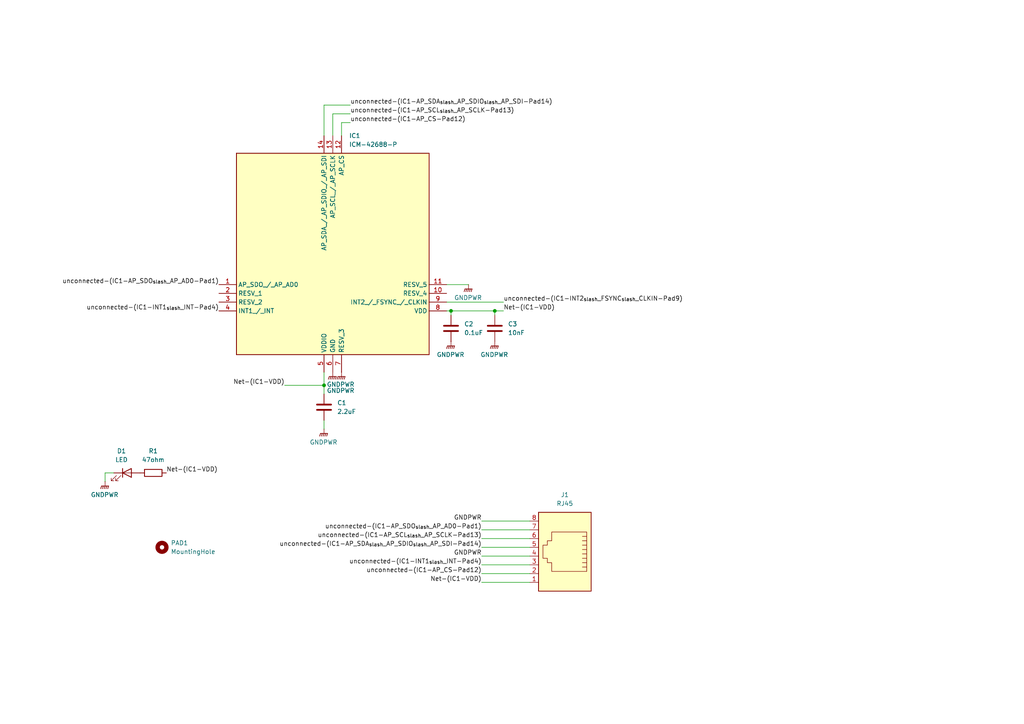
<source format=kicad_sch>
(kicad_sch (version 20231120) (generator "eeschema") (generator_version "8.0")
  (paper "A4")
  (lib_symbols
    (symbol "Connector:RJ45" (pin_names (offset 1.016))
      (property "Reference" "J" (at -5.08 13.97 0))
      (property "Value" "RJ45" (at 2.54 13.97 0))
      (symbol "RJ45_0_1"
        (polyline (pts (xy -5.08 4.445) (xy -6.35 4.445)))
        (polyline (pts (xy -5.08 5.715) (xy -6.35 5.715)))
        (polyline (pts (xy -6.35 -3.175) (xy -5.08 -3.175) (xy -5.08 -3.175)))
        (polyline (pts (xy -6.35 -1.905) (xy -5.08 -1.905) (xy -5.08 -1.905)))
        (polyline (pts (xy -6.35 -0.635) (xy -5.08 -0.635) (xy -5.08 -0.635)))
        (polyline (pts (xy -6.35 0.635) (xy -5.08 0.635) (xy -5.08 0.635)))
        (polyline (pts (xy -6.35 1.905) (xy -5.08 1.905) (xy -5.08 1.905)))
        (polyline (pts (xy -5.08 3.175) (xy -6.35 3.175) (xy -6.35 3.175)))
        (polyline (pts (xy -6.35 -4.445) (xy -6.35 6.985) (xy 3.81 6.985) (xy 3.81 4.445) (xy 5.08 4.445) (xy 5.08 3.175) (xy 6.35 3.175) (xy 6.35 -0.635) (xy 5.08 -0.635) (xy 5.08 -1.905) (xy 3.81 -1.905) (xy 3.81 -4.445) (xy -6.35 -4.445) (xy -6.35 -4.445)))
        (rectangle (start 7.62 12.7) (end -7.62 -10.16) (stroke (width 0.254)) (fill (type background)))
      )
      (symbol "RJ45_1_1"
        (pin passive line (at 10.16 -7.62 180) (length 2.54) (name "~") (number "1"))
        (pin passive line (at 10.16 -5.08 180) (length 2.54) (name "~") (number "2"))
        (pin passive line (at 10.16 -2.54 180) (length 2.54) (name "~") (number "3"))
        (pin passive line (at 10.16 0 180) (length 2.54) (name "~") (number "4"))
        (pin passive line (at 10.16 2.54 180) (length 2.54) (name "~") (number "5"))
        (pin passive line (at 10.16 5.08 180) (length 2.54) (name "~") (number "6"))
        (pin passive line (at 10.16 7.62 180) (length 2.54) (name "~") (number "7"))
        (pin passive line (at 10.16 10.16 180) (length 2.54) (name "~") (number "8"))
      )
    )
    (symbol "Device:C" (pin_numbers hide) (pin_names (offset 0.254))
      (property "Reference" "C" (at 0.635 2.54 0))
      (property "Value" "C" (at 0.635 -2.54 0))
      (symbol "C_0_1"
        (polyline (pts (xy -2.032 -0.762) (xy 2.032 -0.762)) (stroke (width 0.508)))
        (polyline (pts (xy -2.032 0.762) (xy 2.032 0.762)) (stroke (width 0.508)))
      )
      (symbol "C_1_1"
        (pin passive line (at 0 3.81 270) (length 2.794) (name "~") (number "1"))
        (pin passive line (at 0 -3.81 90) (length 2.794) (name "~") (number "2"))
      )
    )
    (symbol "Device:LED" (pin_numbers hide) (pin_names (offset 1.016) hide)
      (property "Reference" "D" (at 0 2.54 0))
      (property "Value" "LED" (at 0 -2.54 0))
      (symbol "LED_0_1"
        (polyline (pts (xy -1.27 -1.27) (xy -1.27 1.27)) (stroke (width 0.254)))
        (polyline (pts (xy -1.27 0) (xy 1.27 0)))
        (polyline (pts (xy 1.27 -1.27) (xy 1.27 1.27) (xy -1.27 0) (xy 1.27 -1.27)) (stroke (width 0.254)))
        (polyline (pts (xy -3.048 -0.762) (xy -4.572 -2.286) (xy -3.81 -2.286) (xy -4.572 -2.286) (xy -4.572 -1.524)))
        (polyline (pts (xy -1.778 -0.762) (xy -3.302 -2.286) (xy -2.54 -2.286) (xy -3.302 -2.286) (xy -3.302 -1.524)))
      )
      (symbol "LED_1_1"
        (pin passive line (at -3.81 0 0) (length 2.54) (name "K") (number "1"))
        (pin passive line (at 3.81 0 180) (length 2.54) (name "A") (number "2"))
      )
    )
    (symbol "Device:R" (pin_numbers hide) (pin_names (offset 0))
      (property "Reference" "R" (at 2.032 0 90))
      (property "Value" "R" (at 0 0 90))
      (symbol "R_0_1"
        (rectangle (start -1.016 -2.54) (end 1.016 2.54) (stroke (width 0.254)))
      )
      (symbol "R_1_1"
        (pin passive line (at 0 3.81 270) (length 1.27) (name "~") (number "1"))
        (pin passive line (at 0 -3.81 90) (length 1.27) (name "~") (number "2"))
      )
    )
    (symbol "ICM-42688-P:ICM-42688-P"
      (property "Reference" "IC" (at 62.23 43.18 0))
      (property "Value" "ICM-42688-P" (at 62.23 40.64 0))
      (symbol "ICM-42688-P_1_1"
        (rectangle (start 5.08 38.1) (end 60.96 -20.32) (stroke (width 0.254)) (fill (type background)))
        (pin passive line (at 0 0 0) (length 5.08) (name "AP_SDO_/_AP_AD0") (number "1"))
        (pin passive line (at 66.04 -2.54 180) (length 5.08) (name "RESV_4") (number "10"))
        (pin passive line (at 66.04 0 180) (length 5.08) (name "RESV_5") (number "11"))
        (pin passive line (at 35.56 43.18 270) (length 5.08) (name "AP_CS") (number "12"))
        (pin passive line (at 33.02 43.18 270) (length 5.08) (name "AP_SCL_/_AP_SCLK") (number "13"))
        (pin passive line (at 30.48 43.18 270) (length 5.08) (name "AP_SDA_/_AP_SDIO_/_AP_SDI") (number "14"))
        (pin passive line (at 0 -2.54 0) (length 5.08) (name "RESV_1") (number "2"))
        (pin passive line (at 0 -5.08 0) (length 5.08) (name "RESV_2") (number "3"))
        (pin passive line (at 0 -7.62 0) (length 5.08) (name "INT1_/_INT") (number "4"))
        (pin passive line (at 30.48 -25.4 90) (length 5.08) (name "VDDIO") (number "5"))
        (pin passive line (at 33.02 -25.4 90) (length 5.08) (name "GND") (number "6"))
        (pin passive line (at 35.56 -25.4 90) (length 5.08) (name "RESV_3") (number "7"))
        (pin passive line (at 66.04 -7.62 180) (length 5.08) (name "VDD") (number "8"))
        (pin passive line (at 66.04 -5.08 180) (length 5.08) (name "INT2_/_FSYNC_/_CLKIN") (number "9"))
      )
    )
    (symbol "Mechanical:MountingHole" (pin_names (offset 1.016)) (exclude_from_sim yes) (in_bom no)
      (property "Reference" "H" (at 0 5.08 0))
      (property "Value" "MountingHole" (at 0 3.175 0))
      (symbol "MountingHole_0_1"
        (circle (center 0 0) (radius 1.27) (stroke (width 1.27)))
      )
    )
    (symbol "power:GNDPWR" (power) (pin_numbers hide) (pin_names (offset 0) hide)
      (property "Value" "GNDPWR" (at 0 -3.302 0))
      (symbol "GNDPWR_0_1"
        (polyline (pts (xy 0 -1.27) (xy 0 0)))
        (polyline (pts (xy -1.016 -1.27) (xy -1.27 -2.032) (xy -1.27 -2.032)) (stroke (width 0.2032)))
        (polyline (pts (xy -0.508 -1.27) (xy -0.762 -2.032) (xy -0.762 -2.032)) (stroke (width 0.2032)))
        (polyline (pts (xy 0 -1.27) (xy -0.254 -2.032) (xy -0.254 -2.032)) (stroke (width 0.2032)))
        (polyline (pts (xy 0.508 -1.27) (xy 0.254 -2.032) (xy 0.254 -2.032)) (stroke (width 0.2032)))
        (polyline (pts (xy 1.016 -1.27) (xy -1.016 -1.27) (xy -1.016 -1.27)) (stroke (width 0.2032)))
        (polyline (pts (xy 1.016 -1.27) (xy 0.762 -2.032) (xy 0.762 -2.032) (xy 0.762 -2.032)) (stroke (width 0.2032)))
      )
      (symbol "GNDPWR_1_1"
        (pin power_in line (at 0 0 270) (length 0) (name "~") (number "1"))
      )
    )
  )
  (junction (at 93.98 111.76))
  (junction (at 143.51 90.17))
  (junction (at 130.81 90.17))
  (wire (pts (xy 139.7 156.21) (xy 153.67 156.21)))
  (wire (pts (xy 96.52 33.02) (xy 101.6 33.02)))
  (wire (pts (xy 143.51 91.44) (xy 143.51 90.17)))
  (wire (pts (xy 139.7 151.13) (xy 153.67 151.13)))
  (wire (pts (xy 130.81 90.17) (xy 129.54 90.17)))
  (wire (pts (xy 139.7 158.75) (xy 153.67 158.75)))
  (wire (pts (xy 96.52 39.37) (xy 96.52 33.02)))
  (wire (pts (xy 143.51 90.17) (xy 130.81 90.17)))
  (wire (pts (xy 130.81 91.44) (xy 130.81 90.17)))
  (wire (pts (xy 93.98 39.37) (xy 93.98 30.48)))
  (wire (pts (xy 93.98 111.76) (xy 93.98 114.3)))
  (wire (pts (xy 82.55 111.76) (xy 93.98 111.76)))
  (wire (pts (xy 99.06 35.56) (xy 99.06 39.37)))
  (wire (pts (xy 93.98 124.46) (xy 93.98 121.92)))
  (wire (pts (xy 139.7 168.91) (xy 153.67 168.91)))
  (wire (pts (xy 139.7 153.67) (xy 153.67 153.67)))
  (wire (pts (xy 30.48 137.16) (xy 33.02 137.16)))
  (wire (pts (xy 30.48 139.7) (xy 30.48 137.16)))
  (wire (pts (xy 139.7 161.29) (xy 153.67 161.29)))
  (wire (pts (xy 143.51 90.17) (xy 146.05 90.17)))
  (wire (pts (xy 93.98 30.48) (xy 101.6 30.48)))
  (wire (pts (xy 129.54 82.55) (xy 135.89 82.55)))
  (wire (pts (xy 93.98 107.95) (xy 93.98 111.76)))
  (wire (pts (xy 129.54 87.63) (xy 146.05 87.63)))
  (wire (pts (xy 139.7 166.37) (xy 153.67 166.37)))
  (wire (pts (xy 101.6 35.56) (xy 99.06 35.56)))
  (wire (pts (xy 139.7 163.83) (xy 153.67 163.83)))
  (label "Net-(IC1-VDD)" (at 139.7 168.91 180))
  (label "unconnected-(IC1-INT2_{slash}_FSYNC_{slash}_CLKIN-Pad9)" (at 146.05 87.63 0))
  (label "Net-(IC1-VDD)" (at 82.55 111.76 180))
  (label "unconnected-(IC1-AP_SDA_{slash}_AP_SDIO_{slash}_AP_SDI-Pad14)" (at 101.6 30.48 0))
  (label "unconnected-(IC1-AP_SDO_{slash}_AP_AD0-Pad1)" (at 63.5 82.55 180))
  (label "Net-(IC1-VDD)" (at 48.26 137.16 0))
  (label "unconnected-(IC1-AP_CS-Pad12)" (at 139.7 166.37 180))
  (label "unconnected-(IC1-AP_SDA_{slash}_AP_SDIO_{slash}_AP_SDI-Pad14)" (at 139.7 158.75 180))
  (label "unconnected-(IC1-AP_SCL_{slash}_AP_SCLK-Pad13)" (at 101.6 33.02 0))
  (label "GNDPWR" (at 139.7 151.13 180))
  (label "unconnected-(IC1-AP_SDO_{slash}_AP_AD0-Pad1)" (at 139.7 153.67 180))
  (label "unconnected-(IC1-INT1_{slash}_INT-Pad4)" (at 139.7 163.83 180))
  (label "Net-(IC1-VDD)" (at 146.05 90.17 0))
  (label "unconnected-(IC1-AP_SCL_{slash}_AP_SCLK-Pad13)" (at 139.7 156.21 180))
  (label "GNDPWR" (at 139.7 161.29 180))
  (label "unconnected-(IC1-INT1_{slash}_INT-Pad4)" (at 63.5 90.17 180))
  (label "unconnected-(IC1-AP_CS-Pad12)" (at 101.6 35.56 0))
  (symbol (lib_id "power:GNDPWR") (at 135.89 82.55 0) (unit 1)
    (property "Reference" "#PWR05" (effects (hide yes)))
    (property "Value" "GNDPWR" (at 135.763 86.36 0))
    (property "Description" "Power symbol creates a global label with name \"GNDPWR\" , global ground" (effects (hide yes)))
  )
  (symbol (lib_id "Device:LED") (at 36.83 137.16 0) (unit 1)
    (property "Reference" "D1" (at 35.2425 130.81 0))
    (property "Value" "LED" (at 35.2425 133.35 0))
    (property "Footprint" "LED_SMD:LED_0805_2012Metric" (effects (hide yes)))
    (property "Description" "Light emitting diode" (effects (hide yes)))
  )
  (symbol (lib_id "ICM-42688-P:ICM-42688-P") (at 63.5 82.55 0) (unit 1)
    (property "Reference" "IC1" (at 101.2541 39.37 0) (effects (justify left)))
    (property "Value" "ICM-42688-P" (at 101.2541 41.91 0) (effects (justify left)))
    (property "Footprint" "KiCad:IIM42352" (effects (hide yes)))
    (property "Datasheet" "https://3cfeqx1hf82y3xcoull08ihx-wpengine.netdna-ssl.com/wp-content/uploads/2021/06/DS-000347-ICM-42688-P-v1.5.pdf" (effects (hide yes)))
    (property "Description" "IMU (Inertial Measurement Unit), 6-Axis, Accelerometer, Gyroscope" (effects (hide yes)))
    (property "Manufacturer_Name" "TDK" (effects (hide yes)))
    (property "Mouser Part Number" "410-ICM-42688-P" (effects (hide yes)))
    (property "Arrow Part Number" "ICM-42688-P" (effects (hide yes)))
  )
  (symbol (lib_id "power:GNDPWR") (at 143.51 99.06 0) (unit 1)
    (property "Reference" "#PWR06" (effects (hide yes)))
    (property "Value" "GNDPWR" (at 143.383 102.87 0))
    (property "Description" "Power symbol creates a global label with name \"GNDPWR\" , global ground" (effects (hide yes)))
  )
  (symbol (lib_id "power:GNDPWR") (at 96.52 107.95 0) (unit 1)
    (property "Reference" "#PWR02" (effects (hide yes)))
    (property "Value" "GNDPWR" (at 98.806 111.506 0))
    (property "Description" "Power symbol creates a global label with name \"GNDPWR\" , global ground" (effects (hide yes)))
  )
  (symbol (lib_id "Device:R") (at 44.45 137.16 270) (unit 1)
    (property "Reference" "R1" (at 44.45 130.81 90))
    (property "Value" "47ohm" (at 44.45 133.35 90))
    (property "Footprint" "Resistor_SMD:R_0805_2012Metric" (effects (hide yes)))
    (property "Description" "Resistor" (effects (hide yes)))
  )
  (symbol (lib_id "Device:C") (at 143.51 95.25 0) (unit 1)
    (property "Reference" "C3" (at 147.32 93.9799 0) (effects (justify left)))
    (property "Value" "10nF" (at 147.32 96.5199 0) (effects (justify left)))
    (property "Footprint" "Capacitor_SMD:C_0805_2012Metric_Pad1.18x1.45mm_HandSolder" (effects (hide yes)))
    (property "Description" "Unpolarized capacitor" (effects (hide yes)))
  )
  (symbol (lib_id "power:GNDPWR") (at 93.98 124.46 0) (unit 1)
    (property "Reference" "#PWR01" (effects (hide yes)))
    (property "Value" "GNDPWR" (at 93.853 128.27 0))
    (property "Description" "Power symbol creates a global label with name \"GNDPWR\" , global ground" (effects (hide yes)))
  )
  (symbol (lib_id "power:GNDPWR") (at 30.48 139.7 0) (unit 1)
    (property "Reference" "#PWR07" (effects (hide yes)))
    (property "Value" "GNDPWR" (at 30.353 143.51 0))
    (property "Description" "Power symbol creates a global label with name \"GNDPWR\" , global ground" (effects (hide yes)))
  )
  (symbol (lib_id "power:GNDPWR") (at 99.06 107.95 0) (unit 1)
    (property "Reference" "#PWR03" (effects (hide yes)))
    (property "Value" "GNDPWR" (at 98.806 113.284 0))
    (property "Description" "Power symbol creates a global label with name \"GNDPWR\" , global ground" (effects (hide yes)))
  )
  (symbol (lib_id "Device:C") (at 93.98 118.11 0) (unit 1)
    (property "Reference" "C1" (at 97.79 116.8399 0) (effects (justify left)))
    (property "Value" "2.2uF" (at 97.79 119.3799 0) (effects (justify left)))
    (property "Footprint" "Capacitor_SMD:C_0805_2012Metric_Pad1.18x1.45mm_HandSolder" (effects (hide yes)))
    (property "Description" "Unpolarized capacitor" (effects (hide yes)))
  )
  (symbol (lib_id "Device:C") (at 130.81 95.25 0) (unit 1)
    (property "Reference" "C2" (at 134.62 93.9799 0) (effects (justify left)))
    (property "Value" "0.1uF" (at 134.62 96.5199 0) (effects (justify left)))
    (property "Footprint" "Capacitor_SMD:C_0805_2012Metric_Pad1.18x1.45mm_HandSolder" (effects (hide yes)))
    (property "Description" "Unpolarized capacitor" (effects (hide yes)))
  )
  (symbol (lib_id "Connector:RJ45") (at 163.83 161.29 0) (mirror y) (unit 1)
    (property "Reference" "J1" (at 163.83 143.51 0))
    (property "Value" "RJ45" (at 163.83 146.05 0))
    (property "Footprint" "Connector_RJ:RJ45_Amphenol_RJHSE5380" (effects (hide yes)))
    (property "Description" "RJ connector, 8P8C (8 positions 8 connected)" (effects (hide yes)))
  )
  (symbol (lib_id "Mechanical:MountingHole") (at 46.99 158.75 0) (unit 1) (exclude_from_sim yes) (in_bom no)
    (property "Reference" "PAD1" (at 49.53 157.4799 0) (effects (justify left)))
    (property "Value" "MountingHole" (at 49.53 160.0199 0) (effects (justify left)))
    (property "Description" "Mounting Hole without connection" (effects (hide yes)))
  )
  (symbol (lib_id "power:GNDPWR") (at 130.81 99.06 0) (unit 1)
    (property "Reference" "#PWR04" (effects (hide yes)))
    (property "Value" "GNDPWR" (at 130.683 102.87 0))
    (property "Description" "Power symbol creates a global label with name \"GNDPWR\" , global ground" (effects (hide yes)))
  )
)
</source>
